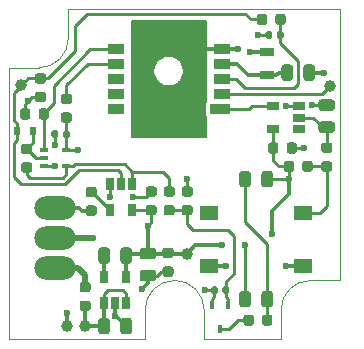
<source format=gbr>
G04 #@! TF.GenerationSoftware,KiCad,Pcbnew,5.1.6-c6e7f7d~87~ubuntu18.04.1*
G04 #@! TF.CreationDate,2020-08-30T01:02:13+03:00*
G04 #@! TF.ProjectId,nikon_gps,6e696b6f-6e5f-4677-9073-2e6b69636164,B*
G04 #@! TF.SameCoordinates,Original*
G04 #@! TF.FileFunction,Copper,L1,Top*
G04 #@! TF.FilePolarity,Positive*
%FSLAX46Y46*%
G04 Gerber Fmt 4.6, Leading zero omitted, Abs format (unit mm)*
G04 Created by KiCad (PCBNEW 5.1.6-c6e7f7d~87~ubuntu18.04.1) date 2020-08-30 01:02:13*
%MOMM*%
%LPD*%
G01*
G04 APERTURE LIST*
G04 #@! TA.AperFunction,Profile*
%ADD10C,0.100000*%
G04 #@! TD*
G04 #@! TA.AperFunction,SMDPad,CuDef*
%ADD11R,1.550000X1.300000*%
G04 #@! TD*
G04 #@! TA.AperFunction,SMDPad,CuDef*
%ADD12C,1.000000*%
G04 #@! TD*
G04 #@! TA.AperFunction,SMDPad,CuDef*
%ADD13R,1.060000X0.650000*%
G04 #@! TD*
G04 #@! TA.AperFunction,SMDPad,CuDef*
%ADD14O,3.500000X2.000000*%
G04 #@! TD*
G04 #@! TA.AperFunction,SMDPad,CuDef*
%ADD15R,0.650000X1.060000*%
G04 #@! TD*
G04 #@! TA.AperFunction,SMDPad,CuDef*
%ADD16R,1.300000X0.700000*%
G04 #@! TD*
G04 #@! TA.AperFunction,ViaPad*
%ADD17C,0.800000*%
G04 #@! TD*
G04 #@! TA.AperFunction,SMDPad,CuDef*
%ADD18R,1.676000X0.864000*%
G04 #@! TD*
G04 #@! TA.AperFunction,SMDPad,CuDef*
%ADD19R,1.422000X0.864000*%
G04 #@! TD*
G04 #@! TA.AperFunction,SMDPad,CuDef*
%ADD20R,0.600000X0.700000*%
G04 #@! TD*
G04 #@! TA.AperFunction,SMDPad,CuDef*
%ADD21R,0.450000X0.700000*%
G04 #@! TD*
G04 #@! TA.AperFunction,SMDPad,CuDef*
%ADD22R,0.650000X0.400000*%
G04 #@! TD*
G04 #@! TA.AperFunction,ViaPad*
%ADD23C,0.600000*%
G04 #@! TD*
G04 #@! TA.AperFunction,Conductor*
%ADD24C,0.350000*%
G04 #@! TD*
G04 #@! TA.AperFunction,Conductor*
%ADD25C,0.250000*%
G04 #@! TD*
G04 #@! TA.AperFunction,Conductor*
%ADD26C,0.500000*%
G04 #@! TD*
G04 #@! TA.AperFunction,Conductor*
%ADD27C,0.300000*%
G04 #@! TD*
G04 #@! TA.AperFunction,Conductor*
%ADD28C,0.200000*%
G04 #@! TD*
G04 APERTURE END LIST*
D10*
X116500000Y-125500000D02*
X116500000Y-128000000D01*
X111500000Y-125500000D02*
X111500000Y-128000000D01*
X114000000Y-123000000D02*
G75*
G03*
X111500000Y-125500000I0J-2500000D01*
G01*
X116500000Y-125500000D02*
G75*
G03*
X114000000Y-123000000I-2500000J0D01*
G01*
X100000000Y-128000000D02*
X111500000Y-128000000D01*
X105000000Y-100000000D02*
X128000000Y-100000000D01*
X128000000Y-123000000D02*
X128000000Y-100000000D01*
X116500000Y-128000000D02*
X123000000Y-128000000D01*
X100000000Y-128000000D02*
X100000000Y-105000000D01*
X100000000Y-105000000D02*
X102500000Y-105000000D01*
X105000000Y-102500000D02*
X105000000Y-100000000D01*
X105000000Y-102500000D02*
G75*
G02*
X102500000Y-105000000I-2500000J0D01*
G01*
X123000000Y-125500000D02*
G75*
G02*
X125500000Y-123000000I2500000J0D01*
G01*
X123000000Y-125500000D02*
X123000000Y-128000000D01*
X125500000Y-123000000D02*
X128000000Y-123000000D01*
G04 #@! TA.AperFunction,SMDPad,CuDef*
G36*
G01*
X101216750Y-112999000D02*
X101729250Y-112999000D01*
G75*
G02*
X101948000Y-113217750I0J-218750D01*
G01*
X101948000Y-113655250D01*
G75*
G02*
X101729250Y-113874000I-218750J0D01*
G01*
X101216750Y-113874000D01*
G75*
G02*
X100998000Y-113655250I0J218750D01*
G01*
X100998000Y-113217750D01*
G75*
G02*
X101216750Y-112999000I218750J0D01*
G01*
G37*
G04 #@! TD.AperFunction*
G04 #@! TA.AperFunction,SMDPad,CuDef*
G36*
G01*
X101216750Y-111424000D02*
X101729250Y-111424000D01*
G75*
G02*
X101948000Y-111642750I0J-218750D01*
G01*
X101948000Y-112080250D01*
G75*
G02*
X101729250Y-112299000I-218750J0D01*
G01*
X101216750Y-112299000D01*
G75*
G02*
X100998000Y-112080250I0J218750D01*
G01*
X100998000Y-111642750D01*
G75*
G02*
X101216750Y-111424000I218750J0D01*
G01*
G37*
G04 #@! TD.AperFunction*
D11*
X116924000Y-121757000D03*
X116924000Y-117257000D03*
X124884000Y-117257000D03*
X124884000Y-121757000D03*
G04 #@! TA.AperFunction,SMDPad,CuDef*
G36*
G01*
X113794250Y-115913500D02*
X113281750Y-115913500D01*
G75*
G02*
X113063000Y-115694750I0J218750D01*
G01*
X113063000Y-115257250D01*
G75*
G02*
X113281750Y-115038500I218750J0D01*
G01*
X113794250Y-115038500D01*
G75*
G02*
X114013000Y-115257250I0J-218750D01*
G01*
X114013000Y-115694750D01*
G75*
G02*
X113794250Y-115913500I-218750J0D01*
G01*
G37*
G04 #@! TD.AperFunction*
G04 #@! TA.AperFunction,SMDPad,CuDef*
G36*
G01*
X113794250Y-117488500D02*
X113281750Y-117488500D01*
G75*
G02*
X113063000Y-117269750I0J218750D01*
G01*
X113063000Y-116832250D01*
G75*
G02*
X113281750Y-116613500I218750J0D01*
G01*
X113794250Y-116613500D01*
G75*
G02*
X114013000Y-116832250I0J-218750D01*
G01*
X114013000Y-117269750D01*
G75*
G02*
X113794250Y-117488500I-218750J0D01*
G01*
G37*
G04 #@! TD.AperFunction*
G04 #@! TA.AperFunction,SMDPad,CuDef*
G36*
G01*
X127129250Y-112210000D02*
X126616750Y-112210000D01*
G75*
G02*
X126398000Y-111991250I0J218750D01*
G01*
X126398000Y-111553750D01*
G75*
G02*
X126616750Y-111335000I218750J0D01*
G01*
X127129250Y-111335000D01*
G75*
G02*
X127348000Y-111553750I0J-218750D01*
G01*
X127348000Y-111991250D01*
G75*
G02*
X127129250Y-112210000I-218750J0D01*
G01*
G37*
G04 #@! TD.AperFunction*
G04 #@! TA.AperFunction,SMDPad,CuDef*
G36*
G01*
X127129250Y-113785000D02*
X126616750Y-113785000D01*
G75*
G02*
X126398000Y-113566250I0J218750D01*
G01*
X126398000Y-113128750D01*
G75*
G02*
X126616750Y-112910000I218750J0D01*
G01*
X127129250Y-112910000D01*
G75*
G02*
X127348000Y-113128750I0J-218750D01*
G01*
X127348000Y-113566250D01*
G75*
G02*
X127129250Y-113785000I-218750J0D01*
G01*
G37*
G04 #@! TD.AperFunction*
G04 #@! TA.AperFunction,SMDPad,CuDef*
G36*
G01*
X111278350Y-122116000D02*
X112190850Y-122116000D01*
G75*
G02*
X112434600Y-122359750I0J-243750D01*
G01*
X112434600Y-122847250D01*
G75*
G02*
X112190850Y-123091000I-243750J0D01*
G01*
X111278350Y-123091000D01*
G75*
G02*
X111034600Y-122847250I0J243750D01*
G01*
X111034600Y-122359750D01*
G75*
G02*
X111278350Y-122116000I243750J0D01*
G01*
G37*
G04 #@! TD.AperFunction*
G04 #@! TA.AperFunction,SMDPad,CuDef*
G36*
G01*
X111278350Y-120241000D02*
X112190850Y-120241000D01*
G75*
G02*
X112434600Y-120484750I0J-243750D01*
G01*
X112434600Y-120972250D01*
G75*
G02*
X112190850Y-121216000I-243750J0D01*
G01*
X111278350Y-121216000D01*
G75*
G02*
X111034600Y-120972250I0J243750D01*
G01*
X111034600Y-120484750D01*
G75*
G02*
X111278350Y-120241000I243750J0D01*
G01*
G37*
G04 #@! TD.AperFunction*
D12*
X101028500Y-106489500D03*
G04 #@! TA.AperFunction,SMDPad,CuDef*
G36*
G01*
X101783400Y-108658950D02*
X101783400Y-109171450D01*
G75*
G02*
X101564650Y-109390200I-218750J0D01*
G01*
X101127150Y-109390200D01*
G75*
G02*
X100908400Y-109171450I0J218750D01*
G01*
X100908400Y-108658950D01*
G75*
G02*
X101127150Y-108440200I218750J0D01*
G01*
X101564650Y-108440200D01*
G75*
G02*
X101783400Y-108658950I0J-218750D01*
G01*
G37*
G04 #@! TD.AperFunction*
G04 #@! TA.AperFunction,SMDPad,CuDef*
G36*
G01*
X103358400Y-108658950D02*
X103358400Y-109171450D01*
G75*
G02*
X103139650Y-109390200I-218750J0D01*
G01*
X102702150Y-109390200D01*
G75*
G02*
X102483400Y-109171450I0J218750D01*
G01*
X102483400Y-108658950D01*
G75*
G02*
X102702150Y-108440200I218750J0D01*
G01*
X103139650Y-108440200D01*
G75*
G02*
X103358400Y-108658950I0J-218750D01*
G01*
G37*
G04 #@! TD.AperFunction*
G04 #@! TA.AperFunction,SMDPad,CuDef*
G36*
G01*
X102897750Y-106330000D02*
X102385250Y-106330000D01*
G75*
G02*
X102166500Y-106111250I0J218750D01*
G01*
X102166500Y-105673750D01*
G75*
G02*
X102385250Y-105455000I218750J0D01*
G01*
X102897750Y-105455000D01*
G75*
G02*
X103116500Y-105673750I0J-218750D01*
G01*
X103116500Y-106111250D01*
G75*
G02*
X102897750Y-106330000I-218750J0D01*
G01*
G37*
G04 #@! TD.AperFunction*
G04 #@! TA.AperFunction,SMDPad,CuDef*
G36*
G01*
X102897750Y-107905000D02*
X102385250Y-107905000D01*
G75*
G02*
X102166500Y-107686250I0J218750D01*
G01*
X102166500Y-107248750D01*
G75*
G02*
X102385250Y-107030000I218750J0D01*
G01*
X102897750Y-107030000D01*
G75*
G02*
X103116500Y-107248750I0J-218750D01*
G01*
X103116500Y-107686250D01*
G75*
G02*
X102897750Y-107905000I-218750J0D01*
G01*
G37*
G04 #@! TD.AperFunction*
D13*
X124544000Y-110170000D03*
X124544000Y-109220000D03*
X124544000Y-108270000D03*
X122344000Y-108270000D03*
X122344000Y-110170000D03*
G04 #@! TA.AperFunction,SMDPad,CuDef*
G36*
G01*
X124910000Y-105866250D02*
X124910000Y-104953750D01*
G75*
G02*
X125153750Y-104710000I243750J0D01*
G01*
X125641250Y-104710000D01*
G75*
G02*
X125885000Y-104953750I0J-243750D01*
G01*
X125885000Y-105866250D01*
G75*
G02*
X125641250Y-106110000I-243750J0D01*
G01*
X125153750Y-106110000D01*
G75*
G02*
X124910000Y-105866250I0J243750D01*
G01*
G37*
G04 #@! TD.AperFunction*
G04 #@! TA.AperFunction,SMDPad,CuDef*
G36*
G01*
X123035000Y-105866250D02*
X123035000Y-104953750D01*
G75*
G02*
X123278750Y-104710000I243750J0D01*
G01*
X123766250Y-104710000D01*
G75*
G02*
X124010000Y-104953750I0J-243750D01*
G01*
X124010000Y-105866250D01*
G75*
G02*
X123766250Y-106110000I-243750J0D01*
G01*
X123278750Y-106110000D01*
G75*
G02*
X123035000Y-105866250I0J243750D01*
G01*
G37*
G04 #@! TD.AperFunction*
G04 #@! TA.AperFunction,SMDPad,CuDef*
G36*
G01*
X122261000Y-102062500D02*
X122261000Y-102407500D01*
G75*
G02*
X122113500Y-102555000I-147500J0D01*
G01*
X121818500Y-102555000D01*
G75*
G02*
X121671000Y-102407500I0J147500D01*
G01*
X121671000Y-102062500D01*
G75*
G02*
X121818500Y-101915000I147500J0D01*
G01*
X122113500Y-101915000D01*
G75*
G02*
X122261000Y-102062500I0J-147500D01*
G01*
G37*
G04 #@! TD.AperFunction*
G04 #@! TA.AperFunction,SMDPad,CuDef*
G36*
G01*
X123231000Y-102062500D02*
X123231000Y-102407500D01*
G75*
G02*
X123083500Y-102555000I-147500J0D01*
G01*
X122788500Y-102555000D01*
G75*
G02*
X122641000Y-102407500I0J147500D01*
G01*
X122641000Y-102062500D01*
G75*
G02*
X122788500Y-101915000I147500J0D01*
G01*
X123083500Y-101915000D01*
G75*
G02*
X123231000Y-102062500I0J-147500D01*
G01*
G37*
G04 #@! TD.AperFunction*
G04 #@! TA.AperFunction,SMDPad,CuDef*
G36*
G01*
X121354000Y-114883250D02*
X121354000Y-113970750D01*
G75*
G02*
X121597750Y-113727000I243750J0D01*
G01*
X122085250Y-113727000D01*
G75*
G02*
X122329000Y-113970750I0J-243750D01*
G01*
X122329000Y-114883250D01*
G75*
G02*
X122085250Y-115127000I-243750J0D01*
G01*
X121597750Y-115127000D01*
G75*
G02*
X121354000Y-114883250I0J243750D01*
G01*
G37*
G04 #@! TD.AperFunction*
G04 #@! TA.AperFunction,SMDPad,CuDef*
G36*
G01*
X119479000Y-114883250D02*
X119479000Y-113970750D01*
G75*
G02*
X119722750Y-113727000I243750J0D01*
G01*
X120210250Y-113727000D01*
G75*
G02*
X120454000Y-113970750I0J-243750D01*
G01*
X120454000Y-114883250D01*
G75*
G02*
X120210250Y-115127000I-243750J0D01*
G01*
X119722750Y-115127000D01*
G75*
G02*
X119479000Y-114883250I0J243750D01*
G01*
G37*
G04 #@! TD.AperFunction*
G04 #@! TA.AperFunction,SMDPad,CuDef*
G36*
G01*
X124110000Y-113091250D02*
X124110000Y-113603750D01*
G75*
G02*
X123891250Y-113822500I-218750J0D01*
G01*
X123453750Y-113822500D01*
G75*
G02*
X123235000Y-113603750I0J218750D01*
G01*
X123235000Y-113091250D01*
G75*
G02*
X123453750Y-112872500I218750J0D01*
G01*
X123891250Y-112872500D01*
G75*
G02*
X124110000Y-113091250I0J-218750D01*
G01*
G37*
G04 #@! TD.AperFunction*
G04 #@! TA.AperFunction,SMDPad,CuDef*
G36*
G01*
X125685000Y-113091250D02*
X125685000Y-113603750D01*
G75*
G02*
X125466250Y-113822500I-218750J0D01*
G01*
X125028750Y-113822500D01*
G75*
G02*
X124810000Y-113603750I0J218750D01*
G01*
X124810000Y-113091250D01*
G75*
G02*
X125028750Y-112872500I218750J0D01*
G01*
X125466250Y-112872500D01*
G75*
G02*
X125685000Y-113091250I0J-218750D01*
G01*
G37*
G04 #@! TD.AperFunction*
G04 #@! TA.AperFunction,SMDPad,CuDef*
G36*
G01*
X121824000Y-100645250D02*
X121824000Y-101157750D01*
G75*
G02*
X121605250Y-101376500I-218750J0D01*
G01*
X121167750Y-101376500D01*
G75*
G02*
X120949000Y-101157750I0J218750D01*
G01*
X120949000Y-100645250D01*
G75*
G02*
X121167750Y-100426500I218750J0D01*
G01*
X121605250Y-100426500D01*
G75*
G02*
X121824000Y-100645250I0J-218750D01*
G01*
G37*
G04 #@! TD.AperFunction*
G04 #@! TA.AperFunction,SMDPad,CuDef*
G36*
G01*
X123399000Y-100645250D02*
X123399000Y-101157750D01*
G75*
G02*
X123180250Y-101376500I-218750J0D01*
G01*
X122742750Y-101376500D01*
G75*
G02*
X122524000Y-101157750I0J218750D01*
G01*
X122524000Y-100645250D01*
G75*
G02*
X122742750Y-100426500I218750J0D01*
G01*
X123180250Y-100426500D01*
G75*
G02*
X123399000Y-100645250I0J-218750D01*
G01*
G37*
G04 #@! TD.AperFunction*
G04 #@! TA.AperFunction,SMDPad,CuDef*
G36*
G01*
X106682250Y-124008500D02*
X106169750Y-124008500D01*
G75*
G02*
X105951000Y-123789750I0J218750D01*
G01*
X105951000Y-123352250D01*
G75*
G02*
X106169750Y-123133500I218750J0D01*
G01*
X106682250Y-123133500D01*
G75*
G02*
X106901000Y-123352250I0J-218750D01*
G01*
X106901000Y-123789750D01*
G75*
G02*
X106682250Y-124008500I-218750J0D01*
G01*
G37*
G04 #@! TD.AperFunction*
G04 #@! TA.AperFunction,SMDPad,CuDef*
G36*
G01*
X106682250Y-125583500D02*
X106169750Y-125583500D01*
G75*
G02*
X105951000Y-125364750I0J218750D01*
G01*
X105951000Y-124927250D01*
G75*
G02*
X106169750Y-124708500I218750J0D01*
G01*
X106682250Y-124708500D01*
G75*
G02*
X106901000Y-124927250I0J-218750D01*
G01*
X106901000Y-125364750D01*
G75*
G02*
X106682250Y-125583500I-218750J0D01*
G01*
G37*
G04 #@! TD.AperFunction*
G04 #@! TA.AperFunction,SMDPad,CuDef*
G36*
G01*
X109416000Y-121360250D02*
X109416000Y-120447750D01*
G75*
G02*
X109659750Y-120204000I243750J0D01*
G01*
X110147250Y-120204000D01*
G75*
G02*
X110391000Y-120447750I0J-243750D01*
G01*
X110391000Y-121360250D01*
G75*
G02*
X110147250Y-121604000I-243750J0D01*
G01*
X109659750Y-121604000D01*
G75*
G02*
X109416000Y-121360250I0J243750D01*
G01*
G37*
G04 #@! TD.AperFunction*
G04 #@! TA.AperFunction,SMDPad,CuDef*
G36*
G01*
X107541000Y-121360250D02*
X107541000Y-120447750D01*
G75*
G02*
X107784750Y-120204000I243750J0D01*
G01*
X108272250Y-120204000D01*
G75*
G02*
X108516000Y-120447750I0J-243750D01*
G01*
X108516000Y-121360250D01*
G75*
G02*
X108272250Y-121604000I-243750J0D01*
G01*
X107784750Y-121604000D01*
G75*
G02*
X107541000Y-121360250I0J243750D01*
G01*
G37*
G04 #@! TD.AperFunction*
G04 #@! TA.AperFunction,SMDPad,CuDef*
G36*
G01*
X120454000Y-124130750D02*
X120454000Y-125043250D01*
G75*
G02*
X120210250Y-125287000I-243750J0D01*
G01*
X119722750Y-125287000D01*
G75*
G02*
X119479000Y-125043250I0J243750D01*
G01*
X119479000Y-124130750D01*
G75*
G02*
X119722750Y-123887000I243750J0D01*
G01*
X120210250Y-123887000D01*
G75*
G02*
X120454000Y-124130750I0J-243750D01*
G01*
G37*
G04 #@! TD.AperFunction*
G04 #@! TA.AperFunction,SMDPad,CuDef*
G36*
G01*
X122329000Y-124130750D02*
X122329000Y-125043250D01*
G75*
G02*
X122085250Y-125287000I-243750J0D01*
G01*
X121597750Y-125287000D01*
G75*
G02*
X121354000Y-125043250I0J243750D01*
G01*
X121354000Y-124130750D01*
G75*
G02*
X121597750Y-123887000I243750J0D01*
G01*
X122085250Y-123887000D01*
G75*
G02*
X122329000Y-124130750I0J-243750D01*
G01*
G37*
G04 #@! TD.AperFunction*
D14*
X103886000Y-121920000D03*
X103886000Y-119380000D03*
X103886000Y-116840000D03*
G04 #@! TA.AperFunction,SMDPad,CuDef*
G36*
G01*
X127329250Y-108643000D02*
X126416750Y-108643000D01*
G75*
G02*
X126173000Y-108399250I0J243750D01*
G01*
X126173000Y-107911750D01*
G75*
G02*
X126416750Y-107668000I243750J0D01*
G01*
X127329250Y-107668000D01*
G75*
G02*
X127573000Y-107911750I0J-243750D01*
G01*
X127573000Y-108399250D01*
G75*
G02*
X127329250Y-108643000I-243750J0D01*
G01*
G37*
G04 #@! TD.AperFunction*
G04 #@! TA.AperFunction,SMDPad,CuDef*
G36*
G01*
X127329250Y-110518000D02*
X126416750Y-110518000D01*
G75*
G02*
X126173000Y-110274250I0J243750D01*
G01*
X126173000Y-109786750D01*
G75*
G02*
X126416750Y-109543000I243750J0D01*
G01*
X127329250Y-109543000D01*
G75*
G02*
X127573000Y-109786750I0J-243750D01*
G01*
X127573000Y-110274250D01*
G75*
G02*
X127329250Y-110518000I-243750J0D01*
G01*
G37*
G04 #@! TD.AperFunction*
D15*
X110424000Y-114851000D03*
X109474000Y-114851000D03*
X108524000Y-114851000D03*
X108524000Y-117051000D03*
X110424000Y-117051000D03*
X108016000Y-124925000D03*
X108966000Y-124925000D03*
X109916000Y-124925000D03*
X109916000Y-122725000D03*
X108016000Y-122725000D03*
G04 #@! TA.AperFunction,SMDPad,CuDef*
G36*
G01*
X109416000Y-127329250D02*
X109416000Y-126416750D01*
G75*
G02*
X109659750Y-126173000I243750J0D01*
G01*
X110147250Y-126173000D01*
G75*
G02*
X110391000Y-126416750I0J-243750D01*
G01*
X110391000Y-127329250D01*
G75*
G02*
X110147250Y-127573000I-243750J0D01*
G01*
X109659750Y-127573000D01*
G75*
G02*
X109416000Y-127329250I0J243750D01*
G01*
G37*
G04 #@! TD.AperFunction*
G04 #@! TA.AperFunction,SMDPad,CuDef*
G36*
G01*
X107541000Y-127329250D02*
X107541000Y-126416750D01*
G75*
G02*
X107784750Y-126173000I243750J0D01*
G01*
X108272250Y-126173000D01*
G75*
G02*
X108516000Y-126416750I0J-243750D01*
G01*
X108516000Y-127329250D01*
G75*
G02*
X108272250Y-127573000I-243750J0D01*
G01*
X107784750Y-127573000D01*
G75*
G02*
X107541000Y-127329250I0J243750D01*
G01*
G37*
G04 #@! TD.AperFunction*
G04 #@! TA.AperFunction,SMDPad,CuDef*
G36*
G01*
X113180150Y-121812800D02*
X113692650Y-121812800D01*
G75*
G02*
X113911400Y-122031550I0J-218750D01*
G01*
X113911400Y-122469050D01*
G75*
G02*
X113692650Y-122687800I-218750J0D01*
G01*
X113180150Y-122687800D01*
G75*
G02*
X112961400Y-122469050I0J218750D01*
G01*
X112961400Y-122031550D01*
G75*
G02*
X113180150Y-121812800I218750J0D01*
G01*
G37*
G04 #@! TD.AperFunction*
G04 #@! TA.AperFunction,SMDPad,CuDef*
G36*
G01*
X113180150Y-120237800D02*
X113692650Y-120237800D01*
G75*
G02*
X113911400Y-120456550I0J-218750D01*
G01*
X113911400Y-120894050D01*
G75*
G02*
X113692650Y-121112800I-218750J0D01*
G01*
X113180150Y-121112800D01*
G75*
G02*
X112961400Y-120894050I0J218750D01*
G01*
X112961400Y-120456550D01*
G75*
G02*
X113180150Y-120237800I218750J0D01*
G01*
G37*
G04 #@! TD.AperFunction*
G04 #@! TA.AperFunction,SMDPad,CuDef*
G36*
G01*
X123481500Y-112054350D02*
X123481500Y-111541850D01*
G75*
G02*
X123700250Y-111323100I218750J0D01*
G01*
X124137750Y-111323100D01*
G75*
G02*
X124356500Y-111541850I0J-218750D01*
G01*
X124356500Y-112054350D01*
G75*
G02*
X124137750Y-112273100I-218750J0D01*
G01*
X123700250Y-112273100D01*
G75*
G02*
X123481500Y-112054350I0J218750D01*
G01*
G37*
G04 #@! TD.AperFunction*
G04 #@! TA.AperFunction,SMDPad,CuDef*
G36*
G01*
X121906500Y-112054350D02*
X121906500Y-111541850D01*
G75*
G02*
X122125250Y-111323100I218750J0D01*
G01*
X122562750Y-111323100D01*
G75*
G02*
X122781500Y-111541850I0J-218750D01*
G01*
X122781500Y-112054350D01*
G75*
G02*
X122562750Y-112273100I-218750J0D01*
G01*
X122125250Y-112273100D01*
G75*
G02*
X121906500Y-112054350I0J218750D01*
G01*
G37*
G04 #@! TD.AperFunction*
D12*
X106426000Y-126873000D03*
X115011200Y-120726100D03*
X104902000Y-126873000D03*
G04 #@! TA.AperFunction,SMDPad,CuDef*
G36*
G01*
X106677750Y-116656500D02*
X107190250Y-116656500D01*
G75*
G02*
X107409000Y-116875250I0J-218750D01*
G01*
X107409000Y-117312750D01*
G75*
G02*
X107190250Y-117531500I-218750J0D01*
G01*
X106677750Y-117531500D01*
G75*
G02*
X106459000Y-117312750I0J218750D01*
G01*
X106459000Y-116875250D01*
G75*
G02*
X106677750Y-116656500I218750J0D01*
G01*
G37*
G04 #@! TD.AperFunction*
G04 #@! TA.AperFunction,SMDPad,CuDef*
G36*
G01*
X106677750Y-115081500D02*
X107190250Y-115081500D01*
G75*
G02*
X107409000Y-115300250I0J-218750D01*
G01*
X107409000Y-115737750D01*
G75*
G02*
X107190250Y-115956500I-218750J0D01*
G01*
X106677750Y-115956500D01*
G75*
G02*
X106459000Y-115737750I0J218750D01*
G01*
X106459000Y-115300250D01*
G75*
G02*
X106677750Y-115081500I218750J0D01*
G01*
G37*
G04 #@! TD.AperFunction*
G04 #@! TA.AperFunction,SMDPad,CuDef*
G36*
G01*
X121404000Y-126621250D02*
X121404000Y-126108750D01*
G75*
G02*
X121622750Y-125890000I218750J0D01*
G01*
X122060250Y-125890000D01*
G75*
G02*
X122279000Y-126108750I0J-218750D01*
G01*
X122279000Y-126621250D01*
G75*
G02*
X122060250Y-126840000I-218750J0D01*
G01*
X121622750Y-126840000D01*
G75*
G02*
X121404000Y-126621250I0J218750D01*
G01*
G37*
G04 #@! TD.AperFunction*
G04 #@! TA.AperFunction,SMDPad,CuDef*
G36*
G01*
X119829000Y-126621250D02*
X119829000Y-126108750D01*
G75*
G02*
X120047750Y-125890000I218750J0D01*
G01*
X120485250Y-125890000D01*
G75*
G02*
X120704000Y-126108750I0J-218750D01*
G01*
X120704000Y-126621250D01*
G75*
G02*
X120485250Y-126840000I-218750J0D01*
G01*
X120047750Y-126840000D01*
G75*
G02*
X119829000Y-126621250I0J218750D01*
G01*
G37*
G04 #@! TD.AperFunction*
G04 #@! TA.AperFunction,SMDPad,CuDef*
G36*
G01*
X111757750Y-116613500D02*
X112270250Y-116613500D01*
G75*
G02*
X112489000Y-116832250I0J-218750D01*
G01*
X112489000Y-117269750D01*
G75*
G02*
X112270250Y-117488500I-218750J0D01*
G01*
X111757750Y-117488500D01*
G75*
G02*
X111539000Y-117269750I0J218750D01*
G01*
X111539000Y-116832250D01*
G75*
G02*
X111757750Y-116613500I218750J0D01*
G01*
G37*
G04 #@! TD.AperFunction*
G04 #@! TA.AperFunction,SMDPad,CuDef*
G36*
G01*
X111757750Y-115038500D02*
X112270250Y-115038500D01*
G75*
G02*
X112489000Y-115257250I0J-218750D01*
G01*
X112489000Y-115694750D01*
G75*
G02*
X112270250Y-115913500I-218750J0D01*
G01*
X111757750Y-115913500D01*
G75*
G02*
X111539000Y-115694750I0J218750D01*
G01*
X111539000Y-115257250D01*
G75*
G02*
X111757750Y-115038500I218750J0D01*
G01*
G37*
G04 #@! TD.AperFunction*
D16*
X121793000Y-105632000D03*
X121793000Y-103632000D03*
G04 #@! TA.AperFunction,SMDPad,CuDef*
G36*
G01*
X104541000Y-110789500D02*
X104541000Y-110444500D01*
G75*
G02*
X104688500Y-110297000I147500J0D01*
G01*
X104983500Y-110297000D01*
G75*
G02*
X105131000Y-110444500I0J-147500D01*
G01*
X105131000Y-110789500D01*
G75*
G02*
X104983500Y-110937000I-147500J0D01*
G01*
X104688500Y-110937000D01*
G75*
G02*
X104541000Y-110789500I0J147500D01*
G01*
G37*
G04 #@! TD.AperFunction*
G04 #@! TA.AperFunction,SMDPad,CuDef*
G36*
G01*
X103571000Y-110789500D02*
X103571000Y-110444500D01*
G75*
G02*
X103718500Y-110297000I147500J0D01*
G01*
X104013500Y-110297000D01*
G75*
G02*
X104161000Y-110444500I0J-147500D01*
G01*
X104161000Y-110789500D01*
G75*
G02*
X104013500Y-110937000I-147500J0D01*
G01*
X103718500Y-110937000D01*
G75*
G02*
X103571000Y-110789500I0J147500D01*
G01*
G37*
G04 #@! TD.AperFunction*
D12*
X127127000Y-106553000D03*
D17*
X115800000Y-105965000D03*
X111200000Y-105965000D03*
X115800000Y-108665000D03*
X112700000Y-108665000D03*
X114300000Y-108665000D03*
X111200000Y-108665000D03*
X115800000Y-103365000D03*
X114300000Y-103365000D03*
X112700000Y-103365000D03*
X111200000Y-103365000D03*
D18*
X117816500Y-108505000D03*
D19*
X117989000Y-107235000D03*
X117989000Y-105965000D03*
X117989000Y-104695000D03*
X117989000Y-103425000D03*
X109011000Y-108505000D03*
X109011000Y-107235000D03*
X109011000Y-105965000D03*
X109011000Y-104695000D03*
X109011000Y-103425000D03*
D20*
X100646000Y-110363000D03*
X102046000Y-110363000D03*
G04 #@! TA.AperFunction,SMDPad,CuDef*
G36*
G01*
X105092250Y-108082500D02*
X104579750Y-108082500D01*
G75*
G02*
X104361000Y-107863750I0J218750D01*
G01*
X104361000Y-107426250D01*
G75*
G02*
X104579750Y-107207500I218750J0D01*
G01*
X105092250Y-107207500D01*
G75*
G02*
X105311000Y-107426250I0J-218750D01*
G01*
X105311000Y-107863750D01*
G75*
G02*
X105092250Y-108082500I-218750J0D01*
G01*
G37*
G04 #@! TD.AperFunction*
G04 #@! TA.AperFunction,SMDPad,CuDef*
G36*
G01*
X105092250Y-109657500D02*
X104579750Y-109657500D01*
G75*
G02*
X104361000Y-109438750I0J218750D01*
G01*
X104361000Y-109001250D01*
G75*
G02*
X104579750Y-108782500I218750J0D01*
G01*
X105092250Y-108782500D01*
G75*
G02*
X105311000Y-109001250I0J-218750D01*
G01*
X105311000Y-109438750D01*
G75*
G02*
X105092250Y-109657500I-218750J0D01*
G01*
G37*
G04 #@! TD.AperFunction*
G04 #@! TA.AperFunction,SMDPad,CuDef*
G36*
G01*
X117666000Y-123652500D02*
X117666000Y-123997500D01*
G75*
G02*
X117518500Y-124145000I-147500J0D01*
G01*
X117223500Y-124145000D01*
G75*
G02*
X117076000Y-123997500I0J147500D01*
G01*
X117076000Y-123652500D01*
G75*
G02*
X117223500Y-123505000I147500J0D01*
G01*
X117518500Y-123505000D01*
G75*
G02*
X117666000Y-123652500I0J-147500D01*
G01*
G37*
G04 #@! TD.AperFunction*
G04 #@! TA.AperFunction,SMDPad,CuDef*
G36*
G01*
X118636000Y-123652500D02*
X118636000Y-123997500D01*
G75*
G02*
X118488500Y-124145000I-147500J0D01*
G01*
X118193500Y-124145000D01*
G75*
G02*
X118046000Y-123997500I0J147500D01*
G01*
X118046000Y-123652500D01*
G75*
G02*
X118193500Y-123505000I147500J0D01*
G01*
X118488500Y-123505000D01*
G75*
G02*
X118636000Y-123652500I0J-147500D01*
G01*
G37*
G04 #@! TD.AperFunction*
G04 #@! TA.AperFunction,SMDPad,CuDef*
G36*
G01*
X114805750Y-116613500D02*
X115318250Y-116613500D01*
G75*
G02*
X115537000Y-116832250I0J-218750D01*
G01*
X115537000Y-117269750D01*
G75*
G02*
X115318250Y-117488500I-218750J0D01*
G01*
X114805750Y-117488500D01*
G75*
G02*
X114587000Y-117269750I0J218750D01*
G01*
X114587000Y-116832250D01*
G75*
G02*
X114805750Y-116613500I218750J0D01*
G01*
G37*
G04 #@! TD.AperFunction*
G04 #@! TA.AperFunction,SMDPad,CuDef*
G36*
G01*
X114805750Y-115038500D02*
X115318250Y-115038500D01*
G75*
G02*
X115537000Y-115257250I0J-218750D01*
G01*
X115537000Y-115694750D01*
G75*
G02*
X115318250Y-115913500I-218750J0D01*
G01*
X114805750Y-115913500D01*
G75*
G02*
X114587000Y-115694750I0J218750D01*
G01*
X114587000Y-115257250D01*
G75*
G02*
X114805750Y-115038500I218750J0D01*
G01*
G37*
G04 #@! TD.AperFunction*
D21*
X117856000Y-127111000D03*
X117206000Y-125111000D03*
X118506000Y-125111000D03*
D22*
X104836000Y-111999000D03*
X104836000Y-113299000D03*
X102936000Y-112649000D03*
X102936000Y-113299000D03*
X102936000Y-111999000D03*
D23*
X111734600Y-118364000D03*
X126619000Y-105410000D03*
X117983000Y-120015000D03*
X123672500Y-114427000D03*
X122237500Y-119062500D03*
X119966500Y-120015000D03*
X105791000Y-111999000D03*
X110490000Y-115951000D03*
X118328000Y-121757000D03*
X123408000Y-121757000D03*
X119380000Y-103425000D03*
X121031000Y-102235000D03*
X120396000Y-103632000D03*
X101625400Y-107772200D03*
X108966000Y-125984000D03*
X111252000Y-123698000D03*
X104902000Y-125730000D03*
X116611704Y-123825000D03*
X108524000Y-115951000D03*
X123444000Y-108270000D03*
X125603000Y-108155500D03*
X115062000Y-114427000D03*
X124929900Y-111798100D03*
X106299000Y-119380000D03*
X107061000Y-119380000D03*
X103896400Y-113299000D03*
X103866000Y-111506000D03*
D24*
X106426000Y-125146000D02*
X106426000Y-126873000D01*
X108028500Y-126873000D02*
X106426000Y-126873000D01*
X108016000Y-126860500D02*
X108028500Y-126873000D01*
X108016000Y-124925000D02*
X108016000Y-126860500D01*
D25*
X108016000Y-124925000D02*
X108016000Y-124140000D01*
X108016000Y-124140000D02*
X108331000Y-123825000D01*
X108331000Y-123825000D02*
X109601000Y-123825000D01*
X109916000Y-124140000D02*
X109916000Y-124925000D01*
X109601000Y-123825000D02*
X109916000Y-124140000D01*
D24*
X109916000Y-120916500D02*
X109903500Y-120904000D01*
X109916000Y-122725000D02*
X109916000Y-120916500D01*
X110079000Y-120728500D02*
X109903500Y-120904000D01*
X111734600Y-120728500D02*
X110079000Y-120728500D01*
X111737000Y-120726100D02*
X111734600Y-120728500D01*
X113411000Y-120726100D02*
X111737000Y-120726100D01*
D25*
X112014000Y-117051000D02*
X110424000Y-117051000D01*
D24*
X115011200Y-120726100D02*
X113411000Y-120726100D01*
X125397500Y-105410000D02*
X126619000Y-105410000D01*
D25*
X122344000Y-110170000D02*
X122344000Y-111887000D01*
X122344000Y-111798100D02*
X122344000Y-112870000D01*
D24*
X111734600Y-120728500D02*
X111734600Y-118364000D01*
D25*
X112014000Y-118084600D02*
X111734600Y-118364000D01*
X112014000Y-117051000D02*
X112014000Y-118084600D01*
X123672500Y-113436500D02*
X123672500Y-114452500D01*
X122821500Y-113347500D02*
X122344000Y-112870000D01*
X123672500Y-113347500D02*
X122821500Y-113347500D01*
X121841500Y-114427000D02*
X123672500Y-114427000D01*
D24*
X123672500Y-114427000D02*
X123672500Y-115722500D01*
X122237500Y-117157500D02*
X123672500Y-115722500D01*
X122237500Y-119062500D02*
X122237500Y-117157500D01*
X115722300Y-120015000D02*
X115011200Y-120726100D01*
X117983000Y-120015000D02*
X115722300Y-120015000D01*
D25*
X119966500Y-124587000D02*
X119966500Y-120015000D01*
X104836000Y-111999000D02*
X105791000Y-111999000D01*
X104836000Y-110617000D02*
X104836000Y-109220000D01*
X104836000Y-111445000D02*
X104836000Y-110617000D01*
X104836000Y-111999000D02*
X104836000Y-111445000D01*
X122961500Y-102209500D02*
X122936000Y-102235000D01*
X122961500Y-100901500D02*
X122961500Y-102209500D01*
X124133990Y-106734990D02*
X119975990Y-106734990D01*
X119975990Y-106734990D02*
X119206000Y-105965000D01*
X122936000Y-102870000D02*
X124460000Y-104394000D01*
X119206000Y-105965000D02*
X117989000Y-105965000D01*
X122936000Y-102235000D02*
X122936000Y-102870000D01*
X124460000Y-106408980D02*
X124133990Y-106734990D01*
X122936000Y-102235000D02*
X122936000Y-102616000D01*
X124460000Y-104394000D02*
X124460000Y-106408980D01*
D24*
X116924000Y-121757000D02*
X118328000Y-121757000D01*
X124884000Y-121757000D02*
X123408000Y-121757000D01*
X115860000Y-103425000D02*
X115800000Y-103365000D01*
X117989000Y-103425000D02*
X115860000Y-103425000D01*
X117989000Y-103425000D02*
X119380000Y-103425000D01*
D25*
X121966000Y-102235000D02*
X121031000Y-102235000D01*
D24*
X121793000Y-103632000D02*
X120396000Y-103632000D01*
D25*
X102641500Y-107315000D02*
X102616000Y-107315000D01*
D24*
X108966000Y-124925000D02*
X108966000Y-125984000D01*
X109014500Y-125984000D02*
X109903500Y-126873000D01*
X108966000Y-125984000D02*
X109014500Y-125984000D01*
X111734600Y-122603500D02*
X111734600Y-123215400D01*
X111734600Y-123215400D02*
X111252000Y-123698000D01*
X104902000Y-126873000D02*
X104902000Y-125730000D01*
D25*
X117206000Y-125111000D02*
X117206000Y-124602000D01*
X117371000Y-124437000D02*
X117371000Y-123825000D01*
X117206000Y-124602000D02*
X117371000Y-124437000D01*
X108524000Y-114851000D02*
X108524000Y-115951000D01*
X124544000Y-108270000D02*
X123444000Y-108270000D01*
X126873000Y-108155500D02*
X125603000Y-108155500D01*
X115062000Y-115544500D02*
X115062000Y-114427000D01*
X116611704Y-123825000D02*
X117371000Y-123825000D01*
X101930100Y-107467500D02*
X102641500Y-107467500D01*
X101345900Y-108915200D02*
X101345900Y-108051700D01*
X101345900Y-108051700D02*
X101930100Y-107467500D01*
X110490000Y-115951000D02*
X111539000Y-115951000D01*
X111539000Y-115951000D02*
X112014000Y-115476000D01*
X113436400Y-122250300D02*
X112877500Y-122250300D01*
X112524300Y-122603500D02*
X111734600Y-122603500D01*
X112877500Y-122250300D02*
X112524300Y-122603500D01*
X123919000Y-111798100D02*
X124929900Y-111798100D01*
D26*
X103886000Y-119380000D02*
X106299000Y-119380000D01*
X107061000Y-119380000D02*
X106299000Y-119380000D01*
D25*
X103896400Y-113299000D02*
X102936000Y-113299000D01*
X103866000Y-110617000D02*
X103866000Y-111506000D01*
X106633000Y-104695000D02*
X109011000Y-104695000D01*
X104836000Y-107645000D02*
X104836000Y-106492000D01*
X106633000Y-104695000D02*
X104836000Y-106492000D01*
X117835500Y-108524000D02*
X117816500Y-108505000D01*
X120584000Y-108270000D02*
X120330000Y-108524000D01*
X122344000Y-108270000D02*
X120584000Y-108270000D01*
X120330000Y-108524000D02*
X117835500Y-108524000D01*
X106854000Y-103425000D02*
X109011000Y-103425000D01*
X103759000Y-106520000D02*
X106854000Y-103425000D01*
X103759000Y-107950000D02*
X103759000Y-106520000D01*
X102920900Y-108915200D02*
X102921000Y-108788000D01*
X102921000Y-108788000D02*
X103759000Y-107950000D01*
X102936000Y-108930300D02*
X102920900Y-108915200D01*
X102936000Y-111999000D02*
X102936000Y-108930300D01*
X108524000Y-117051000D02*
X108524000Y-116906000D01*
X106934000Y-115519000D02*
X107264000Y-115519000D01*
X108524000Y-117033000D02*
X108524000Y-117051000D01*
X106934000Y-115519000D02*
X107010000Y-115519000D01*
X107010000Y-115519000D02*
X108524000Y-117033000D01*
X125937000Y-107235000D02*
X117989000Y-107235000D01*
X127127000Y-106553000D02*
X126445000Y-107235000D01*
X126445000Y-107235000D02*
X125937000Y-107235000D01*
X125247500Y-113347500D02*
X126873000Y-113347500D01*
X126873000Y-113347500D02*
X126873000Y-116658000D01*
X126274000Y-117257000D02*
X124884000Y-117257000D01*
X126873000Y-116658000D02*
X126274000Y-117257000D01*
D24*
X117989000Y-104695000D02*
X119300000Y-104695000D01*
X119300000Y-104695000D02*
X120237000Y-105632000D01*
X122809000Y-105410000D02*
X122587000Y-105632000D01*
X121793000Y-105632000D02*
X122587000Y-105632000D01*
X123522500Y-105410000D02*
X122809000Y-105410000D01*
X120237000Y-105632000D02*
X121793000Y-105632000D01*
D25*
X102046000Y-110363000D02*
X102046000Y-111288500D01*
X101473000Y-111861500D02*
X102046000Y-111288500D01*
X102260500Y-112649000D02*
X101473000Y-111861500D01*
X102936000Y-112649000D02*
X102260500Y-112649000D01*
X121841500Y-126365000D02*
X121841500Y-124587000D01*
X119966500Y-114427000D02*
X119966500Y-118061500D01*
X119966500Y-118061500D02*
X121841500Y-119936500D01*
X121841500Y-124587000D02*
X121841500Y-119936500D01*
D24*
X108016000Y-120916500D02*
X108028500Y-120904000D01*
X108016000Y-122725000D02*
X108016000Y-120916500D01*
D25*
X124544000Y-109220000D02*
X125730000Y-109220000D01*
X126540500Y-110030500D02*
X126873000Y-110030500D01*
X125730000Y-109220000D02*
X126540500Y-110030500D01*
X126873000Y-111772500D02*
X126873000Y-110030500D01*
X105395000Y-113299000D02*
X105529010Y-113164990D01*
X110424000Y-113792000D02*
X110424000Y-114851000D01*
X113538000Y-114300000D02*
X113030000Y-113792000D01*
X113030000Y-113792000D02*
X110424000Y-113792000D01*
X109796990Y-113164990D02*
X110424000Y-113792000D01*
X113538000Y-114300000D02*
X113538000Y-115476000D01*
X101473000Y-113436500D02*
X101473000Y-114046000D01*
X101473000Y-114046000D02*
X101727000Y-114300000D01*
X101727000Y-114300000D02*
X104521000Y-114300000D01*
X105529010Y-113164990D02*
X109796990Y-113164990D01*
X104836000Y-113985000D02*
X104521000Y-114300000D01*
X104836000Y-113299000D02*
X105395000Y-113299000D01*
X104836000Y-113299000D02*
X104836000Y-113985000D01*
D26*
X106426000Y-122555000D02*
X105791000Y-121920000D01*
X106426000Y-123571000D02*
X106426000Y-122555000D01*
X103886000Y-121920000D02*
X105791000Y-121920000D01*
D25*
X120459500Y-100901500D02*
X121259500Y-100901500D01*
X103251806Y-105892500D02*
X105537000Y-103607307D01*
X119983010Y-100425010D02*
X120459500Y-100901500D01*
X105537000Y-103607307D02*
X105537000Y-101473000D01*
X105537000Y-101473000D02*
X106584990Y-100425010D01*
X102641500Y-105892500D02*
X103251806Y-105892500D01*
X106584990Y-100425010D02*
X119983010Y-100425010D01*
X100425010Y-109474000D02*
X100425010Y-107092990D01*
X100646000Y-109694990D02*
X100425010Y-109474000D01*
X100646000Y-110363000D02*
X100646000Y-109694990D01*
X100425010Y-107092990D02*
X101092000Y-106426000D01*
X101625500Y-105892500D02*
X101092000Y-106426000D01*
X102641500Y-105892500D02*
X101625500Y-105892500D01*
X100425010Y-114204990D02*
X100425010Y-111347010D01*
X100646000Y-111126020D02*
X100646000Y-110363000D01*
X104132010Y-114800010D02*
X104728110Y-114800010D01*
X109220000Y-113665000D02*
X109474000Y-113919000D01*
X100425010Y-111347010D02*
X100646000Y-111126020D01*
X105863120Y-113665000D02*
X106680000Y-113665000D01*
X104728110Y-114800010D02*
X105863120Y-113665000D01*
X106680000Y-113665000D02*
X109220000Y-113665000D01*
X101020030Y-114800010D02*
X100425010Y-114204990D01*
X101020030Y-114800010D02*
X104132010Y-114800010D01*
X109474000Y-113919000D02*
X109474000Y-114851000D01*
X117872000Y-127127000D02*
X117856000Y-127111000D01*
X118634000Y-127111000D02*
X117856000Y-127111000D01*
X119380000Y-126365000D02*
X118634000Y-127111000D01*
X120266500Y-126365000D02*
X119380000Y-126365000D01*
X118506000Y-125111000D02*
X118506000Y-124602000D01*
X118341000Y-124437000D02*
X118341000Y-123825000D01*
X118506000Y-124602000D02*
X118341000Y-124437000D01*
X115062000Y-117051000D02*
X113538000Y-117051000D01*
X118341000Y-123825000D02*
X118341000Y-123086000D01*
X115570000Y-118745000D02*
X118491000Y-118745000D01*
X115062000Y-118237000D02*
X115570000Y-118745000D01*
X115062000Y-117051000D02*
X115062000Y-118237000D01*
X118491000Y-118745000D02*
X119003001Y-119257001D01*
X119003001Y-119257001D02*
X119003001Y-122423999D01*
X118341000Y-123086000D02*
X119003001Y-122423999D01*
D27*
X106934000Y-117094000D02*
X106172000Y-117094000D01*
X105918000Y-116840000D02*
X106172000Y-117094000D01*
X105918000Y-116840000D02*
X103886000Y-116840000D01*
D28*
G36*
X116625000Y-107885810D02*
G01*
X116607160Y-107919186D01*
X116584288Y-107994586D01*
X116576565Y-108073000D01*
X116576565Y-108937000D01*
X116584288Y-109015414D01*
X116607160Y-109090814D01*
X116625000Y-109124190D01*
X116625000Y-110900000D01*
X110375000Y-110900000D01*
X110375000Y-105148045D01*
X112211000Y-105148045D01*
X112211000Y-105401955D01*
X112260535Y-105650987D01*
X112357703Y-105885570D01*
X112498768Y-106096690D01*
X112678310Y-106276232D01*
X112889430Y-106417297D01*
X113124013Y-106514465D01*
X113373045Y-106564000D01*
X113626955Y-106564000D01*
X113875987Y-106514465D01*
X114110570Y-106417297D01*
X114321690Y-106276232D01*
X114501232Y-106096690D01*
X114642297Y-105885570D01*
X114739465Y-105650987D01*
X114789000Y-105401955D01*
X114789000Y-105148045D01*
X114739465Y-104899013D01*
X114642297Y-104664430D01*
X114501232Y-104453310D01*
X114321690Y-104273768D01*
X114110570Y-104132703D01*
X113875987Y-104035535D01*
X113626955Y-103986000D01*
X113373045Y-103986000D01*
X113124013Y-104035535D01*
X112889430Y-104132703D01*
X112678310Y-104273768D01*
X112498768Y-104453310D01*
X112357703Y-104664430D01*
X112260535Y-104899013D01*
X112211000Y-105148045D01*
X110375000Y-105148045D01*
X110375000Y-101050000D01*
X116625000Y-101050000D01*
X116625000Y-107885810D01*
G37*
X116625000Y-107885810D02*
X116607160Y-107919186D01*
X116584288Y-107994586D01*
X116576565Y-108073000D01*
X116576565Y-108937000D01*
X116584288Y-109015414D01*
X116607160Y-109090814D01*
X116625000Y-109124190D01*
X116625000Y-110900000D01*
X110375000Y-110900000D01*
X110375000Y-105148045D01*
X112211000Y-105148045D01*
X112211000Y-105401955D01*
X112260535Y-105650987D01*
X112357703Y-105885570D01*
X112498768Y-106096690D01*
X112678310Y-106276232D01*
X112889430Y-106417297D01*
X113124013Y-106514465D01*
X113373045Y-106564000D01*
X113626955Y-106564000D01*
X113875987Y-106514465D01*
X114110570Y-106417297D01*
X114321690Y-106276232D01*
X114501232Y-106096690D01*
X114642297Y-105885570D01*
X114739465Y-105650987D01*
X114789000Y-105401955D01*
X114789000Y-105148045D01*
X114739465Y-104899013D01*
X114642297Y-104664430D01*
X114501232Y-104453310D01*
X114321690Y-104273768D01*
X114110570Y-104132703D01*
X113875987Y-104035535D01*
X113626955Y-103986000D01*
X113373045Y-103986000D01*
X113124013Y-104035535D01*
X112889430Y-104132703D01*
X112678310Y-104273768D01*
X112498768Y-104453310D01*
X112357703Y-104664430D01*
X112260535Y-104899013D01*
X112211000Y-105148045D01*
X110375000Y-105148045D01*
X110375000Y-101050000D01*
X116625000Y-101050000D01*
X116625000Y-107885810D01*
M02*

</source>
